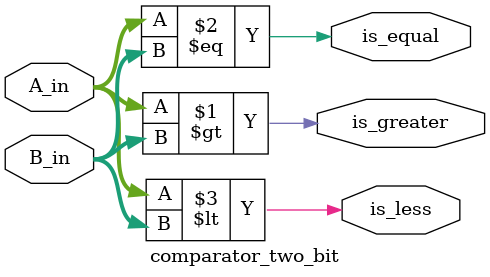
<source format=sv>
`timescale 1ns / 1ps

module comparator_two_bit (
    input logic [1:0] A_in, B_in, 
    output logic is_greater,     
    output logic is_equal,       
    output logic is_less         
);

    assign is_greater = (A_in > B_in);  
    assign is_equal   = (A_in == B_in); 
    assign is_less    = (A_in < B_in);  
  
endmodule

</source>
